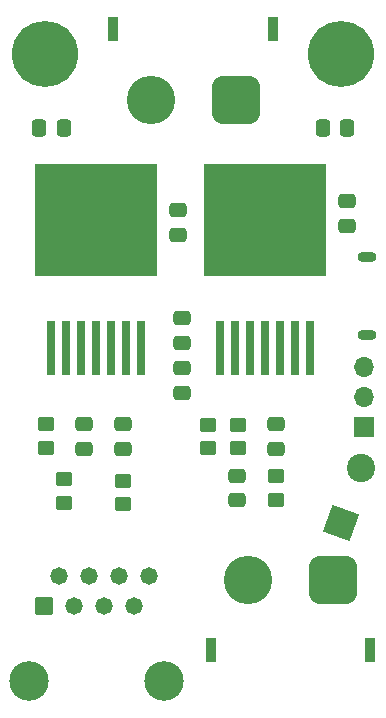
<source format=gts>
%TF.GenerationSoftware,KiCad,Pcbnew,8.0.2*%
%TF.CreationDate,2024-10-02T19:38:12-04:00*%
%TF.ProjectId,drive_27A,64726976-655f-4323-9741-2e6b69636164,rev?*%
%TF.SameCoordinates,Original*%
%TF.FileFunction,Soldermask,Top*%
%TF.FilePolarity,Negative*%
%FSLAX46Y46*%
G04 Gerber Fmt 4.6, Leading zero omitted, Abs format (unit mm)*
G04 Created by KiCad (PCBNEW 8.0.2) date 2024-10-02 19:38:12*
%MOMM*%
%LPD*%
G01*
G04 APERTURE LIST*
G04 Aperture macros list*
%AMRoundRect*
0 Rectangle with rounded corners*
0 $1 Rounding radius*
0 $2 $3 $4 $5 $6 $7 $8 $9 X,Y pos of 4 corners*
0 Add a 4 corners polygon primitive as box body*
4,1,4,$2,$3,$4,$5,$6,$7,$8,$9,$2,$3,0*
0 Add four circle primitives for the rounded corners*
1,1,$1+$1,$2,$3*
1,1,$1+$1,$4,$5*
1,1,$1+$1,$6,$7*
1,1,$1+$1,$8,$9*
0 Add four rect primitives between the rounded corners*
20,1,$1+$1,$2,$3,$4,$5,0*
20,1,$1+$1,$4,$5,$6,$7,0*
20,1,$1+$1,$6,$7,$8,$9,0*
20,1,$1+$1,$8,$9,$2,$3,0*%
%AMRotRect*
0 Rectangle, with rotation*
0 The origin of the aperture is its center*
0 $1 length*
0 $2 width*
0 $3 Rotation angle, in degrees counterclockwise*
0 Add horizontal line*
21,1,$1,$2,0,0,$3*%
G04 Aperture macros list end*
%ADD10R,0.900000X2.000000*%
%ADD11RoundRect,1.025000X1.025000X1.025000X-1.025000X1.025000X-1.025000X-1.025000X1.025000X-1.025000X0*%
%ADD12C,4.100000*%
%ADD13RoundRect,1.025000X-1.025000X-1.025000X1.025000X-1.025000X1.025000X1.025000X-1.025000X1.025000X0*%
%ADD14R,0.762000X4.683400*%
%ADD15R,10.312400X9.557400*%
%ADD16RotRect,2.400000X2.400000X70.000000*%
%ADD17C,2.400000*%
%ADD18C,3.350000*%
%ADD19RoundRect,0.102000X-0.634000X-0.634000X0.634000X-0.634000X0.634000X0.634000X-0.634000X0.634000X0*%
%ADD20C,1.472000*%
%ADD21RoundRect,0.250000X0.475000X-0.337500X0.475000X0.337500X-0.475000X0.337500X-0.475000X-0.337500X0*%
%ADD22C,3.600000*%
%ADD23C,5.600000*%
%ADD24RoundRect,0.250000X-0.475000X0.337500X-0.475000X-0.337500X0.475000X-0.337500X0.475000X0.337500X0*%
%ADD25RoundRect,0.250000X-0.337500X-0.475000X0.337500X-0.475000X0.337500X0.475000X-0.337500X0.475000X0*%
%ADD26RoundRect,0.250000X0.450000X-0.350000X0.450000X0.350000X-0.450000X0.350000X-0.450000X-0.350000X0*%
%ADD27RoundRect,0.250000X-0.450000X0.350000X-0.450000X-0.350000X0.450000X-0.350000X0.450000X0.350000X0*%
%ADD28RoundRect,0.250000X0.337500X0.475000X-0.337500X0.475000X-0.337500X-0.475000X0.337500X-0.475000X0*%
%ADD29R,1.700000X1.700000*%
%ADD30O,1.700000X1.700000*%
%ADD31O,1.600000X0.900000*%
G04 APERTURE END LIST*
D10*
%TO.C,J6*%
X45500000Y-68750000D03*
X32000000Y-68750000D03*
D11*
X42350000Y-62750000D03*
D12*
X35150000Y-62750000D03*
%TD*%
D10*
%TO.C,J7*%
X23750000Y-16150000D03*
X37250000Y-16150000D03*
D13*
X34100000Y-22150000D03*
D12*
X26900000Y-22150000D03*
%TD*%
D14*
%TO.C,U5*%
X32740000Y-43158300D03*
X34010000Y-43158300D03*
X35280000Y-43158300D03*
X36550000Y-43158300D03*
X37820000Y-43158300D03*
X39090000Y-43158300D03*
X40360000Y-43158300D03*
D15*
X36550000Y-32278700D03*
%TD*%
D16*
%TO.C,C6*%
X42994949Y-57978832D03*
D17*
X44705050Y-53280369D03*
%TD*%
D18*
%TO.C,J2*%
X16609000Y-71350000D03*
X28041000Y-71350000D03*
D19*
X17880000Y-65000000D03*
D20*
X19150000Y-62460000D03*
X20420000Y-65000000D03*
X21690000Y-62460000D03*
X22960000Y-65000000D03*
X24230000Y-62460000D03*
X25500000Y-65000000D03*
X26770000Y-62460000D03*
%TD*%
D21*
%TO.C,C10*%
X29600000Y-46917100D03*
X29600000Y-44842100D03*
%TD*%
D22*
%TO.C,H2*%
X43000000Y-18250000D03*
D23*
X43000000Y-18250000D03*
%TD*%
D24*
%TO.C,C13*%
X29600000Y-40629600D03*
X29600000Y-42704600D03*
%TD*%
D21*
%TO.C,C8*%
X43500000Y-32787500D03*
X43500000Y-30712500D03*
%TD*%
%TO.C,C7*%
X29250000Y-33537500D03*
X29250000Y-31462500D03*
%TD*%
D25*
%TO.C,C12*%
X41462500Y-24500000D03*
X43537500Y-24500000D03*
%TD*%
D26*
%TO.C,R12*%
X37500000Y-56000000D03*
X37500000Y-54000000D03*
%TD*%
%TO.C,R11*%
X24600000Y-56379600D03*
X24600000Y-54379600D03*
%TD*%
D22*
%TO.C,H1*%
X18000000Y-18250000D03*
D23*
X18000000Y-18250000D03*
%TD*%
D14*
%TO.C,U4*%
X18440000Y-43158300D03*
X19710000Y-43158300D03*
X20980000Y-43158300D03*
X22250000Y-43158300D03*
X23520000Y-43158300D03*
X24790000Y-43158300D03*
X26060000Y-43158300D03*
D15*
X22250000Y-32278700D03*
%TD*%
D24*
%TO.C,C9*%
X24600000Y-49592100D03*
X24600000Y-51667100D03*
%TD*%
D27*
%TO.C,R10*%
X34300000Y-49629600D03*
X34300000Y-51629600D03*
%TD*%
D28*
%TO.C,C11*%
X19537500Y-24500000D03*
X17462500Y-24500000D03*
%TD*%
D24*
%TO.C,C14*%
X37500000Y-49592100D03*
X37500000Y-51667100D03*
%TD*%
%TO.C,C16*%
X34250000Y-53962500D03*
X34250000Y-56037500D03*
%TD*%
D27*
%TO.C,R9*%
X19550000Y-54250000D03*
X19550000Y-56250000D03*
%TD*%
D24*
%TO.C,C15*%
X21300000Y-49592100D03*
X21300000Y-51667100D03*
%TD*%
D27*
%TO.C,R8*%
X31750000Y-49629600D03*
X31750000Y-51629600D03*
%TD*%
%TO.C,R7*%
X18050000Y-49600000D03*
X18050000Y-51600000D03*
%TD*%
D29*
%TO.C,JP1*%
X45000000Y-49830000D03*
D30*
X45000000Y-47290000D03*
X45000000Y-44750000D03*
%TD*%
D31*
%TO.C,J1*%
X45250000Y-35450000D03*
X45250000Y-42050000D03*
%TD*%
M02*

</source>
